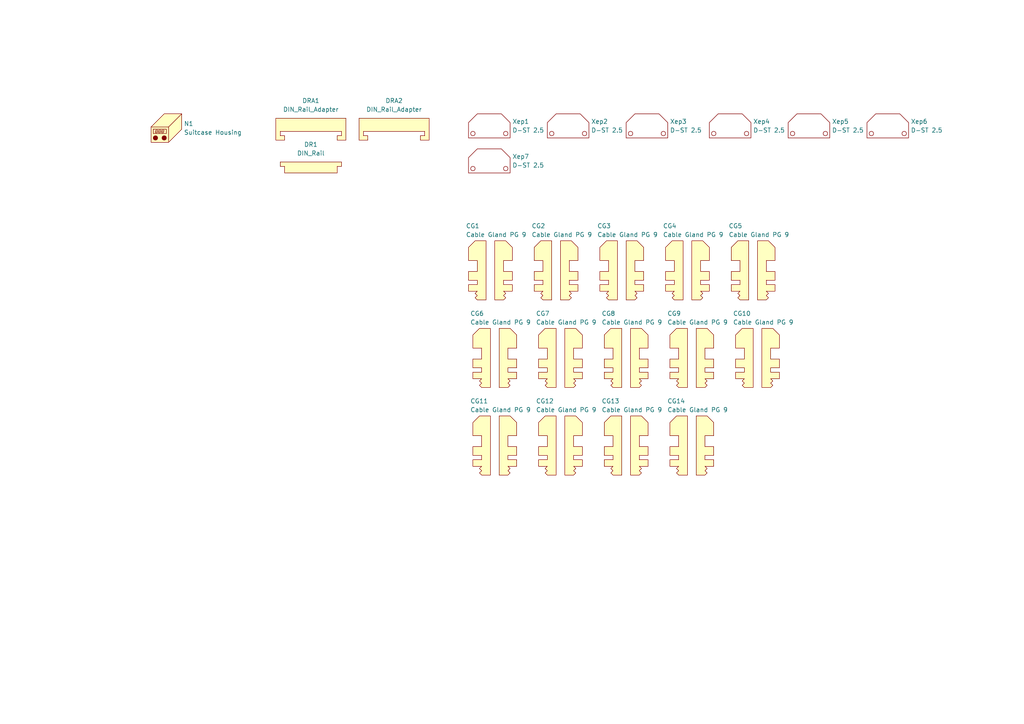
<source format=kicad_sch>
(kicad_sch (version 20231120) (generator "eeschema") (generator_version "8.0")
  (paper "A4")
  (lib_symbols
    (symbol "CR300:Cable_Gland"
      (property "Reference" "CG" (at 0 0 0))
      (property "Value" "Cable Gland PG" (at 0 0 0))
      (symbol "Cable_Gland_0_1"
        (polyline (pts (xy 0 -11.43) (xy 0 -8.89) (xy 2.54 -8.89) (xy 2.54 -5.715) (xy 0 -5.715) (xy 0 -1.905) (xy 1.905 0) (xy 5.08 0) (xy 5.08 -17.145) (xy 2.54 -17.145) (xy 1.905 -16.51) (xy 2.54 -15.875) (xy 1.905 -15.24) (xy 2.54 -14.605) (xy 0 -14.605) (xy 0 -12.7) (xy 2.54 -12.7) (xy 2.54 -11.43) (xy 0 -11.43)) (fill (type background)))
        (polyline (pts (xy 12.7 -11.43) (xy 12.7 -8.89) (xy 10.16 -8.89) (xy 10.16 -5.715) (xy 12.7 -5.715) (xy 12.7 -1.905) (xy 10.795 0) (xy 7.62 0) (xy 7.62 -17.145) (xy 10.16 -17.145) (xy 10.795 -16.51) (xy 10.16 -15.875) (xy 10.795 -15.24) (xy 10.16 -14.605) (xy 12.7 -14.605) (xy 12.7 -12.7) (xy 10.16 -12.7) (xy 10.16 -11.43) (xy 12.7 -11.43)) (fill (type background)))
      )
    )
    (symbol "CR300:DIN_Rail_Adapter" (exclude_from_sim yes)
      (property "Reference" "DR" (at 0 6.35 0))
      (property "Value" "DIN_Rail" (at 0 3.81 0))
      (symbol "DIN_Rail_Adapter_0_1"
        (polyline (pts (xy -7.62 -2.54) (xy -8.89 -2.54) (xy -8.89 -1.27) (xy 8.89 -1.27) (xy 8.89 -2.54) (xy 7.62 -2.54) (xy 7.62 -4.445) (xy -7.62 -4.445) (xy -7.62 -2.54)) (fill (type background)))
      )
    )
    (symbol "CR300:Endplates"
      (property "Reference" "Xep" (at 2.032 1.016 0))
      (property "Value" "D-ST 2.5" (at 4.826 -8.636 0))
      (symbol "Endplates_0_1"
        (polyline (pts (xy 0 -6.985) (xy 0 -2.54) (xy 2.54 0) (xy 9.525 0) (xy 12.065 -2.54) (xy 12.065 -6.985) (xy 0 -6.985)))
        (circle (center 1.27 -5.715) (radius 0.635))
        (circle (center 10.795 -5.715) (radius 0.635))
      )
    )
    (symbol "Mechanical:DIN_Rail_Adapter" (exclude_from_sim yes)
      (property "Reference" "DRA" (at 0 6.35 0))
      (property "Value" "DIN_Rail_Adapter" (at 0 3.81 0))
      (symbol "DIN_Rail_Adapter_0_1"
        (polyline (pts (xy 10.16 2.54) (xy -10.16 2.54) (xy -10.16 -3.81) (xy -7.62 -3.81) (xy -7.62 -2.54) (xy -8.89 -2.54) (xy -8.89 -1.27) (xy 8.89 -1.27) (xy 8.89 -2.54) (xy 7.62 -2.54) (xy 7.62 -3.81) (xy 10.16 -3.81) (xy 10.16 2.54) (xy -10.16 2.54)) (fill (type background)))
      )
    )
    (symbol "Mechanical:Housing" (pin_names (offset 1.016)) (exclude_from_sim yes)
      (property "Reference" "N" (at 3.81 0 0))
      (property "Value" "Housing" (at 3.81 -1.905 0))
      (symbol "Housing_0_1"
        (rectangle (start -5.08 -0.635) (end -1.27 -1.905))
        (circle (center -4.445 -3.175) (radius 0.635) (fill (type outline)))
        (circle (center -1.905 -3.175) (radius 0.635) (fill (type outline)))
        (polyline (pts (xy -4.5212 -1.5748) (xy -4.4704 -1.3716)))
        (polyline (pts (xy -4.4196 -1.6764) (xy -4.064 -1.6764)))
        (polyline (pts (xy -4.4196 -1.2192) (xy -4.3688 -0.9652)))
        (polyline (pts (xy -4.318 -1.3208) (xy -4.0132 -1.3208)))
        (polyline (pts (xy -4.2164 -0.9144) (xy -3.9116 -0.9144)))
        (polyline (pts (xy -3.9116 -1.6256) (xy -3.8608 -1.3716)))
        (polyline (pts (xy -3.81 -1.2192) (xy -3.7592 -0.9652)))
        (polyline (pts (xy -3.6068 -1.5748) (xy -3.556 -1.3716)))
        (polyline (pts (xy -3.5052 -1.6764) (xy -3.1496 -1.6764)))
        (polyline (pts (xy -3.5052 -1.2192) (xy -3.4544 -0.9652)))
        (polyline (pts (xy -3.4036 -1.3208) (xy -3.0988 -1.3208)))
        (polyline (pts (xy -3.302 -0.9144) (xy -2.9972 -0.9144)))
        (polyline (pts (xy -2.9972 -1.6256) (xy -2.9464 -1.3716)))
        (polyline (pts (xy -2.8956 -1.2192) (xy -2.8448 -0.9652)))
        (polyline (pts (xy -2.6924 -1.5748) (xy -2.6416 -1.3716)))
        (polyline (pts (xy -2.5908 -1.6764) (xy -2.2352 -1.6764)))
        (polyline (pts (xy -2.5908 -1.2192) (xy -2.54 -0.9652)))
        (polyline (pts (xy -2.4892 -1.3208) (xy -2.1844 -1.3208)))
        (polyline (pts (xy -2.3876 -0.9144) (xy -2.0828 -0.9144)))
        (polyline (pts (xy -2.0828 -1.6256) (xy -2.032 -1.3716)))
        (polyline (pts (xy -1.9812 -1.2192) (xy -1.9304 -0.9652)))
        (polyline (pts (xy -0.635 0) (xy -0.635 -4.445)))
        (polyline (pts (xy -5.715 0) (xy -0.635 0) (xy 3.175 3.81)))
        (polyline (pts (xy -5.715 0) (xy -5.715 -4.445) (xy -0.635 -4.445) (xy 3.175 -0.635) (xy 3.175 3.81) (xy -1.905 3.81) (xy -5.715 0)) (fill (type background)))
      )
    )
  )
  (symbol (lib_id "CR300:Cable_Gland") (at 156.21 120.65 0) (unit 1)
    (property "Reference" "CG12" (at 155.448 116.332 0) (effects (justify left)))
    (property "Value" "Cable Gland PG 9" (at 155.448 118.872 0) (effects (justify left)))
    (property "Description" "S PRO Grey Nylon Cable Gland, PG9 Thread, 4mm Min, 8mm Max, IP68" (effects (hide yes)))
    (property "MFR" "214-1084" (effects (hide yes)))
  )
  (symbol (lib_id "CR300:Cable_Gland") (at 175.26 95.25 0) (unit 1)
    (property "Reference" "CG8" (at 174.498 90.932 0) (effects (justify left)))
    (property "Value" "Cable Gland PG 9" (at 174.498 93.472 0) (effects (justify left)))
    (property "Description" "S PRO Grey Nylon Cable Gland, PG9 Thread, 4mm Min, 8mm Max, IP68" (effects (hide yes)))
    (property "MFR" "214-1084" (effects (hide yes)))
  )
  (symbol (lib_id "CR300:Endplates") (at 181.61 33.02 0) (unit 1)
    (property "Reference" "Xep3" (at 194.31 35.2424 0) (effects (justify left)))
    (property "Value" "D-ST 2.5" (at 194.31 37.7824 0) (effects (justify left)))
    (property "Datasheet" "https://docs.rs-online.com/509f/0900766b81715058.pdf" (effects (hide yes)))
    (property "Description" "D-ST 2,5 - End cover Terminal Block Phoenix" (effects (hide yes)))
    (property "MFR" "3030417" (effects (hide yes)))
  )
  (symbol (lib_id "CR300:Endplates") (at 251.46 33.02 0) (unit 1)
    (property "Reference" "Xep6" (at 264.16 35.2424 0) (effects (justify left)))
    (property "Value" "D-ST 2.5" (at 264.16 37.7824 0) (effects (justify left)))
    (property "Datasheet" "https://docs.rs-online.com/509f/0900766b81715058.pdf" (effects (hide yes)))
    (property "Description" "D-ST 2,5 - End cover Terminal Block Phoenix" (effects (hide yes)))
    (property "MFR" "3030417" (effects (hide yes)))
  )
  (symbol (lib_id "CR300:Cable_Gland") (at 194.31 120.65 0) (unit 1)
    (property "Reference" "CG14" (at 193.548 116.332 0) (effects (justify left)))
    (property "Value" "Cable Gland PG 9" (at 193.548 118.872 0) (effects (justify left)))
    (property "Description" "S PRO Grey Nylon Cable Gland, PG9 Thread, 4mm Min, 8mm Max, IP68" (effects (hide yes)))
    (property "MFR" "214-1084" (effects (hide yes)))
  )
  (symbol (lib_id "Mechanical:DIN_Rail_Adapter") (at 90.17 36.83 0) (unit 1) (exclude_from_sim yes)
    (property "Reference" "DRA1" (at 90.17 29.21 0))
    (property "Value" "DIN_Rail_Adapter" (at 90.17 31.75 0))
    (property "Description" "DIN Rail adapter 3d printed" (effects (hide yes)))
  )
  (symbol (lib_id "CR300:Cable_Gland") (at 193.04 69.85 0) (unit 1)
    (property "Reference" "CG4" (at 192.278 65.532 0) (effects (justify left)))
    (property "Value" "Cable Gland PG 9" (at 192.278 68.072 0) (effects (justify left)))
    (property "Description" "S PRO Grey Nylon Cable Gland, PG9 Thread, 4mm Min, 8mm Max, IP68" (effects (hide yes)))
    (property "MFR" "214-1084" (effects (hide yes)))
  )
  (symbol (lib_id "CR300:DIN_Rail_Adapter") (at 90.17 45.72 0) (unit 1) (exclude_from_sim yes)
    (property "Reference" "DR1" (at 90.17 41.91 0))
    (property "Value" "DIN_Rail" (at 90.17 44.45 0))
    (property "Datasheet" "https://docs.rs-online.com/9c3d/A700000009036594.pdf" (effects (hide yes)))
    (property "Description" "400mm din rail" (effects (hide yes)))
    (property "MFR" "NSYAMRD40357SB" (effects (hide yes)))
  )
  (symbol (lib_id "CR300:Cable_Gland") (at 194.31 95.25 0) (unit 1)
    (property "Reference" "CG9" (at 193.548 90.932 0) (effects (justify left)))
    (property "Value" "Cable Gland PG 9" (at 193.548 93.472 0) (effects (justify left)))
    (property "Description" "S PRO Grey Nylon Cable Gland, PG9 Thread, 4mm Min, 8mm Max, IP68" (effects (hide yes)))
    (property "MFR" "214-1084" (effects (hide yes)))
  )
  (symbol (lib_id "CR300:Cable_Gland") (at 137.16 95.25 0) (unit 1)
    (property "Reference" "CG6" (at 136.398 90.932 0) (effects (justify left)))
    (property "Value" "Cable Gland PG 9" (at 136.398 93.472 0) (effects (justify left)))
    (property "Description" "S PRO Grey Nylon Cable Gland, PG9 Thread, 4mm Min, 8mm Max, IP68" (effects (hide yes)))
    (property "MFR" "214-1084" (effects (hide yes)))
  )
  (symbol (lib_id "CR300:Endplates") (at 228.6 33.02 0) (unit 1)
    (property "Reference" "Xep5" (at 241.3 35.2424 0) (effects (justify left)))
    (property "Value" "D-ST 2.5" (at 241.3 37.7824 0) (effects (justify left)))
    (property "Datasheet" "https://docs.rs-online.com/509f/0900766b81715058.pdf" (effects (hide yes)))
    (property "Description" "D-ST 2,5 - End cover Terminal Block Phoenix" (effects (hide yes)))
    (property "MFR" "3030417" (effects (hide yes)))
  )
  (symbol (lib_id "CR300:Cable_Gland") (at 137.16 120.65 0) (unit 1)
    (property "Reference" "CG11" (at 136.398 116.332 0) (effects (justify left)))
    (property "Value" "Cable Gland PG 9" (at 136.398 118.872 0) (effects (justify left)))
    (property "Description" "S PRO Grey Nylon Cable Gland, PG9 Thread, 4mm Min, 8mm Max, IP68" (effects (hide yes)))
    (property "MFR" "214-1084" (effects (hide yes)))
  )
  (symbol (lib_id "CR300:Cable_Gland") (at 212.09 69.85 0) (unit 1)
    (property "Reference" "CG5" (at 211.328 65.532 0) (effects (justify left)))
    (property "Value" "Cable Gland PG 9" (at 211.328 68.072 0) (effects (justify left)))
    (property "Description" "S PRO Grey Nylon Cable Gland, PG9 Thread, 4mm Min, 8mm Max, IP68" (effects (hide yes)))
    (property "MFR" "214-1084" (effects (hide yes)))
  )
  (symbol (lib_id "Mechanical:Housing") (at 49.53 36.83 0) (unit 1) (exclude_from_sim yes)
    (property "Reference" "N1" (at 53.34 35.8774 0) (effects (justify left)))
    (property "Value" "Suitcase Housing" (at 53.34 38.4174 0) (effects (justify left)))
    (property "Datasheet" "https://docs.rs-online.com/bc89/A700000011241735.pdf" (effects (hide yes)))
    (property "Description" "Housing" (effects (hide yes)))
    (property "MFR" " 933S-000BK-0A0 " (effects (hide yes)))
  )
  (symbol (lib_id "CR300:Cable_Gland") (at 154.94 69.85 0) (unit 1)
    (property "Reference" "CG2" (at 154.178 65.532 0) (effects (justify left)))
    (property "Value" "Cable Gland PG 9" (at 154.178 68.072 0) (effects (justify left)))
    (property "Description" "S PRO Grey Nylon Cable Gland, PG9 Thread, 4mm Min, 8mm Max, IP68" (effects (hide yes)))
    (property "MFR" "214-1084" (effects (hide yes)))
  )
  (symbol (lib_id "CR300:Endplates") (at 135.89 33.02 0) (unit 1)
    (property "Reference" "Xep1" (at 148.59 35.2424 0) (effects (justify left)))
    (property "Value" "D-ST 2.5" (at 148.59 37.7824 0) (effects (justify left)))
    (property "Datasheet" "https://docs.rs-online.com/509f/0900766b81715058.pdf" (effects (hide yes)))
    (property "Description" "D-ST 2,5 - End cover Terminal Block Phoenix" (effects (hide yes)))
    (property "MFR" "3030417" (effects (hide yes)))
  )
  (symbol (lib_id "CR300:Endplates") (at 205.74 33.02 0) (unit 1)
    (property "Reference" "Xep4" (at 218.44 35.2424 0) (effects (justify left)))
    (property "Value" "D-ST 2.5" (at 218.44 37.7824 0) (effects (justify left)))
    (property "Datasheet" "https://docs.rs-online.com/509f/0900766b81715058.pdf" (effects (hide yes)))
    (property "Description" "D-ST 2,5 - End cover Terminal Block Phoenix" (effects (hide yes)))
    (property "MFR" "3030417" (effects (hide yes)))
  )
  (symbol (lib_id "CR300:Cable_Gland") (at 135.89 69.85 0) (unit 1)
    (property "Reference" "CG1" (at 135.128 65.532 0) (effects (justify left)))
    (property "Value" "Cable Gland PG 9" (at 135.128 68.072 0) (effects (justify left)))
    (property "Description" "S PRO Grey Nylon Cable Gland, PG9 Thread, 4mm Min, 8mm Max, IP68" (effects (hide yes)))
    (property "MFR" "214-1084" (effects (hide yes)))
  )
  (symbol (lib_id "CR300:Cable_Gland") (at 213.36 95.25 0) (unit 1)
    (property "Reference" "CG10" (at 212.598 90.932 0) (effects (justify left)))
    (property "Value" "Cable Gland PG 9" (at 212.598 93.472 0) (effects (justify left)))
    (property "Description" "S PRO Grey Nylon Cable Gland, PG9 Thread, 4mm Min, 8mm Max, IP68" (effects (hide yes)))
    (property "MFR" "214-1084" (effects (hide yes)))
  )
  (symbol (lib_id "CR300:Cable_Gland") (at 173.99 69.85 0) (unit 1)
    (property "Reference" "CG3" (at 173.228 65.532 0) (effects (justify left)))
    (property "Value" "Cable Gland PG 9" (at 173.228 68.072 0) (effects (justify left)))
    (property "Description" "S PRO Grey Nylon Cable Gland, PG9 Thread, 4mm Min, 8mm Max, IP68" (effects (hide yes)))
    (property "MFR" "214-1084" (effects (hide yes)))
  )
  (symbol (lib_id "CR300:Cable_Gland") (at 175.26 120.65 0) (unit 1)
    (property "Reference" "CG13" (at 174.498 116.332 0) (effects (justify left)))
    (property "Value" "Cable Gland PG 9" (at 174.498 118.872 0) (effects (justify left)))
    (property "Description" "S PRO Grey Nylon Cable Gland, PG9 Thread, 4mm Min, 8mm Max, IP68" (effects (hide yes)))
    (property "MFR" "214-1084" (effects (hide yes)))
  )
  (symbol (lib_id "Mechanical:DIN_Rail_Adapter") (at 114.3 36.83 0) (unit 1) (exclude_from_sim yes)
    (property "Reference" "DRA2" (at 114.3 29.21 0))
    (property "Value" "DIN_Rail_Adapter" (at 114.3 31.75 0))
    (property "Description" "DIN Rail adapter 3d printed" (effects (hide yes)))
  )
  (symbol (lib_id "CR300:Endplates") (at 135.89 43.18 0) (unit 1)
    (property "Reference" "Xep7" (at 148.59 45.4024 0) (effects (justify left)))
    (property "Value" "D-ST 2.5" (at 148.59 47.9424 0) (effects (justify left)))
    (property "Datasheet" "https://docs.rs-online.com/509f/0900766b81715058.pdf" (effects (hide yes)))
    (property "Description" "D-ST 2,5 - End cover Terminal Block Phoenix" (effects (hide yes)))
    (property "MFR" "3030417" (effects (hide yes)))
  )
  (symbol (lib_id "CR300:Cable_Gland") (at 156.21 95.25 0) (unit 1)
    (property "Reference" "CG7" (at 155.448 90.932 0) (effects (justify left)))
    (property "Value" "Cable Gland PG 9" (at 155.448 93.472 0) (effects (justify left)))
    (property "Description" "S PRO Grey Nylon Cable Gland, PG9 Thread, 4mm Min, 8mm Max, IP68" (effects (hide yes)))
    (property "MFR" "214-1084" (effects (hide yes)))
  )
  (symbol (lib_id "CR300:Endplates") (at 158.75 33.02 0) (unit 1)
    (property "Reference" "Xep2" (at 171.45 35.2424 0) (effects (justify left)))
    (property "Value" "D-ST 2.5" (at 171.45 37.7824 0) (effects (justify left)))
    (property "Datasheet" "https://docs.rs-online.com/509f/0900766b81715058.pdf" (effects (hide yes)))
    (property "Description" "D-ST 2,5 - End cover Terminal Block Phoenix" (effects (hide yes)))
    (property "MFR" "3030417" (effects (hide yes)))
  )
)
</source>
